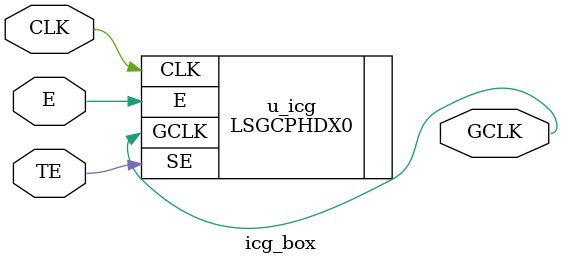
<source format=sv>
module icg_box (
  input        E,
  input        CLK, 
  input        TE,
  output logic GCLK
);

`ifdef presyn

	// ICG model for RTL sims (presyn). Zero delay on clock path
	logic latch_e;  
	logic latch_g;
	logic latch_q;

	assign latch_e = E || TE;
	assign latch_g = !CLK;
	assign GCLK = latch_q && CLK;

	always @ (*)
	  if(latch_g)
	     latch_q = latch_e;
`else

	//  ICG cell to be added in synthesis - Behavioral Model in Std Cell Lib. Adds physical delay of 0.02ns, so can't be used in RTL (presyn) sims
	LSGCPHDX0 u_icg (.E (E), .CLK (CLK), .SE (TE), .GCLK (GCLK));

`endif

endmodule

</source>
